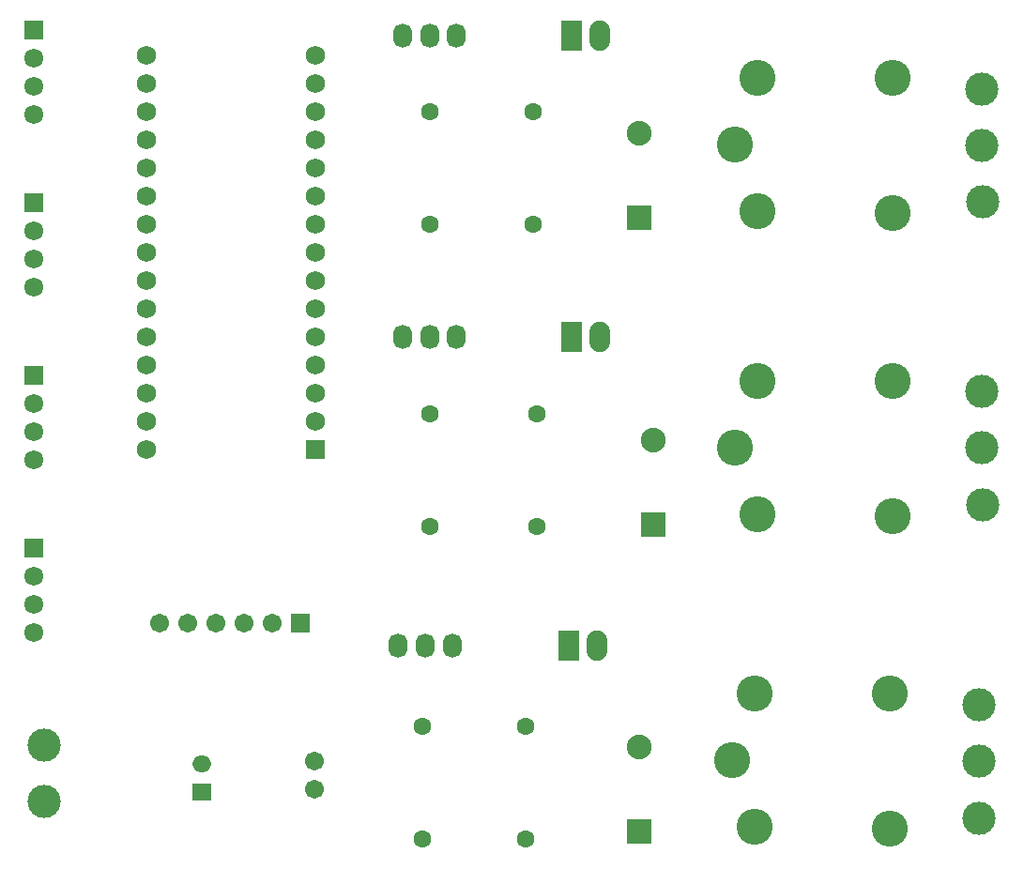
<source format=gbr>
G04*
G04 #@! TF.GenerationSoftware,Altium Limited,Altium Designer,23.2.1 (34)*
G04*
G04 Layer_Color=8388736*
%FSTAX24Y24*%
%MOIN*%
G70*
G04*
G04 #@! TF.SameCoordinates,BC3F6091-25B6-48BF-90D5-32B1282762A0*
G04*
G04*
G04 #@! TF.FilePolarity,Negative*
G04*
G01*
G75*
%ADD16C,0.0880*%
%ADD17R,0.0880X0.0880*%
%ADD18C,0.1180*%
%ADD19C,0.0631*%
%ADD20O,0.0730X0.1080*%
%ADD21R,0.0730X0.1080*%
%ADD22C,0.0671*%
%ADD23R,0.0671X0.0592*%
%ADD24O,0.0671X0.0592*%
%ADD25C,0.0678*%
%ADD26R,0.0678X0.0678*%
%ADD27C,0.1280*%
%ADD28R,0.0671X0.0671*%
%ADD29C,0.0680*%
%ADD30R,0.0680X0.0680*%
%ADD31O,0.0671X0.0867*%
%ADD32O,0.0671X0.0867*%
D16*
X0371Y0408D02*
D03*
X0376Y0299D02*
D03*
X0371Y019D02*
D03*
D17*
Y0378D02*
D03*
X0376Y0269D02*
D03*
X0371Y016D02*
D03*
D18*
X049274Y040376D02*
D03*
Y042376D02*
D03*
X0493Y03835D02*
D03*
X049274Y029613D02*
D03*
Y031613D02*
D03*
X0493Y027587D02*
D03*
X01595Y01705D02*
D03*
Y01905D02*
D03*
X04915Y0185D02*
D03*
Y0205D02*
D03*
X049176Y016474D02*
D03*
D19*
X02965Y041578D02*
D03*
Y037562D02*
D03*
X0294Y019728D02*
D03*
Y015712D02*
D03*
X033324Y041578D02*
D03*
Y037562D02*
D03*
X033474Y030828D02*
D03*
Y026812D02*
D03*
X02965Y030828D02*
D03*
Y026812D02*
D03*
X033049Y019728D02*
D03*
Y015712D02*
D03*
D20*
X0357Y03355D02*
D03*
Y04425D02*
D03*
X0356Y0226D02*
D03*
D21*
X0347Y03355D02*
D03*
Y04425D02*
D03*
X0346Y0226D02*
D03*
D22*
X02555Y0175D02*
D03*
Y0185D02*
D03*
X02005Y0234D02*
D03*
X02105D02*
D03*
X02205D02*
D03*
X02305D02*
D03*
X02405D02*
D03*
D23*
X02155Y0174D02*
D03*
D24*
Y0184D02*
D03*
D25*
X0156Y02305D02*
D03*
Y02405D02*
D03*
Y02505D02*
D03*
Y04145D02*
D03*
Y04245D02*
D03*
Y04345D02*
D03*
Y029183D02*
D03*
Y030183D02*
D03*
Y031183D02*
D03*
Y035317D02*
D03*
Y036317D02*
D03*
Y037317D02*
D03*
D26*
Y02605D02*
D03*
Y04445D02*
D03*
Y032183D02*
D03*
Y038317D02*
D03*
D27*
X041297Y038026D02*
D03*
Y04275D02*
D03*
X0461Y03795D02*
D03*
Y04275D02*
D03*
X040509Y040388D02*
D03*
X041297Y027276D02*
D03*
Y032D02*
D03*
X0461Y0272D02*
D03*
Y032D02*
D03*
X040509Y029638D02*
D03*
X041197Y016176D02*
D03*
Y0209D02*
D03*
X046Y0161D02*
D03*
Y0209D02*
D03*
X040409Y018538D02*
D03*
D28*
X02505Y0234D02*
D03*
D29*
X0196Y04355D02*
D03*
Y04255D02*
D03*
Y04055D02*
D03*
Y03955D02*
D03*
Y04155D02*
D03*
Y03855D02*
D03*
Y03755D02*
D03*
Y03655D02*
D03*
Y03555D02*
D03*
Y03455D02*
D03*
Y03355D02*
D03*
Y03255D02*
D03*
Y03155D02*
D03*
Y03055D02*
D03*
X0256Y04355D02*
D03*
Y04255D02*
D03*
X0196Y02955D02*
D03*
X0256Y03055D02*
D03*
Y03155D02*
D03*
Y03255D02*
D03*
Y03355D02*
D03*
Y03455D02*
D03*
Y03555D02*
D03*
Y03655D02*
D03*
Y03755D02*
D03*
Y03855D02*
D03*
Y03955D02*
D03*
Y04055D02*
D03*
Y04155D02*
D03*
D30*
Y02955D02*
D03*
D31*
X030455Y022609D02*
D03*
X028545D02*
D03*
X030605Y033556D02*
D03*
X028695D02*
D03*
X030605Y044259D02*
D03*
X028695D02*
D03*
D32*
X0295Y0226D02*
D03*
X02965Y033546D02*
D03*
Y04425D02*
D03*
M02*

</source>
